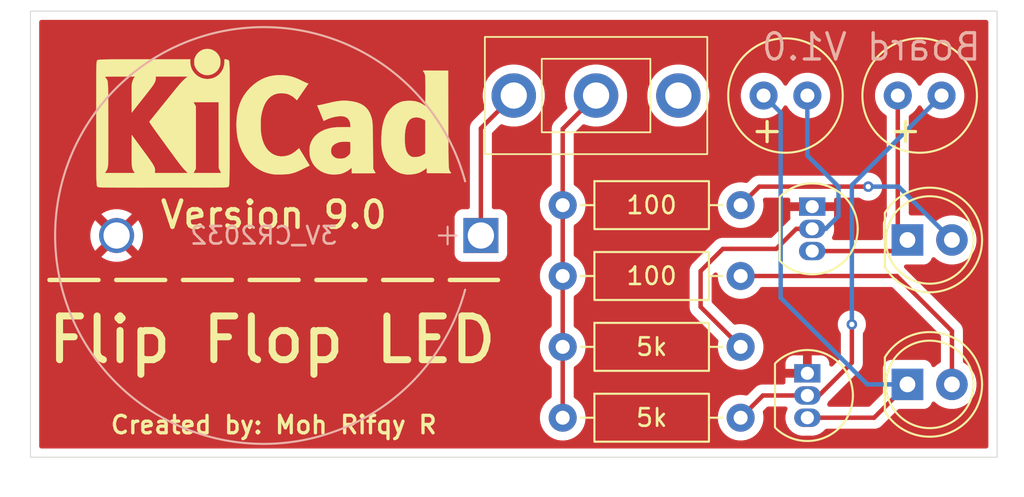
<source format=kicad_pcb>
(kicad_pcb (version 20241229) (generator "pcbnew") (generator_version "9.0")
  (layers (0 "F.Cu" signal) (2 "B.Cu" signal) (13 "F.Paste" user) (15 "B.Paste" user) (5 "F.SilkS" user "F.Silkscreen") (7 "B.SilkS" user "B.Silkscreen") (1 "F.Mask" user) (3 "B.Mask" user) (25 "Edge.Cuts" user))
  (net 0 "")
  (net 1 "/BT_CAT")
  (net 2 "GND")
  (net 3 "Net-(Q1-B)")
  (net 4 "Net-(D2-K)")
  (net 5 "Net-(D1-K)")
  (net 6 "Net-(Q2-B)")
  (net 7 "Net-(D1-A)")
  (net 8 "Net-(D2-A)")
  (net 9 "/PWR")
  (footprint "LED_THT:LED_D5.0mm" (layer "F.Cu") (at 177.165 108.585)
    (property "Reference" "D2" (hide yes))
    (property "Value" "LED")
    (fp_line (start -1.29 -1.545) (end -1.29 1.545) (stroke (width 0.12)) (layer "F.SilkS"))
    (fp_arc (start -1.29 -1.54483) (mid 2.071779 -2.880495) (end 4.26 0) (stroke (width 0.12)) (layer "F.SilkS"))
    (fp_arc (start 4.26 0) (mid 2.071779 2.880495) (end -1.29 1.54483) (stroke (width 0.12)) (layer "F.SilkS"))
    (fp_circle (center 1.27 0) (end 3.77 0) (stroke (width 0.12)) (fill no) (layer "F.SilkS"))
    (pad "1" thru_hole rect (at 0 0) (size 1.8 1.8) (drill 0.9) (layers "*.Cu" "*.Mask") (net 4 "Net-(D2-K)"))
    (pad "2" thru_hole circle (at 2.54 0) (size 1.8 1.8) (drill 0.9) (layers "*.Cu" "*.Mask") (net 8 "Net-(D2-A)"))
  )
  (footprint "Resistor_THT:R_Axial_DIN0207_L6.3mm_D2.5mm_P10.16mm_Horizontal" (layer "F.Cu") (at 157.48 98.34)
    (property "Reference" "R1" (hide yes))
    (property "Value" "100" (at 5.08 0 0) (layer "F.SilkS"))
    (fp_line (start 1.04 0) (end 1.81 0) (stroke (width 0.12)) (layer "F.SilkS"))
    (fp_line (start 9.12 0) (end 8.35 0) (stroke (width 0.12)) (layer "F.SilkS"))
    (fp_rect (start 1.81 -1.37) (end 8.35 1.37) (stroke (width 0.12)) (fill no) (layer "F.SilkS"))
    (pad "1" thru_hole circle (at 0 0) (size 1.6 1.6) (drill 0.8) (layers "*.Cu" "*.Mask") (net 9 "/PWR"))
    (pad "2" thru_hole circle (at 10.16 0) (size 1.6 1.6) (drill 0.8) (layers "*.Cu" "*.Mask") (net 7 "Net-(D1-A)"))
  )
  (footprint "Resistor_THT:R_Axial_DIN0207_L6.3mm_D2.5mm_P10.16mm_Horizontal" (layer "F.Cu") (at 157.48 102.39)
    (property "Reference" "R2" (hide yes))
    (property "Value" "100" (at 5.08 0 0) (layer "F.SilkS"))
    (fp_line (start 1.04 0) (end 1.81 0) (stroke (width 0.12)) (layer "F.SilkS"))
    (fp_line (start 9.12 0) (end 8.35 0) (stroke (width 0.12)) (layer "F.SilkS"))
    (fp_rect (start 1.81 -1.37) (end 8.35 1.37) (stroke (width 0.12)) (fill no) (layer "F.SilkS"))
    (pad "1" thru_hole circle (at 0 0) (size 1.6 1.6) (drill 0.8) (layers "*.Cu" "*.Mask") (net 9 "/PWR"))
    (pad "2" thru_hole circle (at 10.16 0) (size 1.6 1.6) (drill 0.8) (layers "*.Cu" "*.Mask") (net 8 "Net-(D2-A)"))
  )
  (footprint "Resistor_THT:R_Axial_DIN0207_L6.3mm_D2.5mm_P10.16mm_Horizontal" (layer "F.Cu") (at 157.48 110.49)
    (property "Reference" "R4" (hide yes))
    (property "Value" "5k" (at 5.08 0 0) (layer "F.SilkS"))
    (fp_line (start 1.04 0) (end 1.81 0) (stroke (width 0.12)) (layer "F.SilkS"))
    (fp_line (start 9.12 0) (end 8.35 0) (stroke (width 0.12)) (layer "F.SilkS"))
    (fp_rect (start 1.81 -1.37) (end 8.35 1.37) (stroke (width 0.12)) (fill no) (layer "F.SilkS"))
    (pad "1" thru_hole circle (at 0 0) (size 1.6 1.6) (drill 0.8) (layers "*.Cu" "*.Mask") (net 9 "/PWR"))
    (pad "2" thru_hole circle (at 10.16 0) (size 1.6 1.6) (drill 0.8) (layers "*.Cu" "*.Mask") (net 6 "Net-(Q2-B)"))
  )
  (footprint "Capacitor_THT:C_Radial_D6.3mm_H11.0mm_P2.50mm" (layer "F.Cu") (at 176.612375 92.075)
    (property "Reference" "C2" (hide yes))
    (property "Value" "100u" (hide yes))
    (fp_circle (center 1.25 0) (end 4.52 0) (stroke (width 0.12)) (fill no) (layer "F.SilkS"))
    (pad "1" thru_hole circle (at 0 0) (size 1.6 1.6) (drill 0.8) (layers "*.Cu" "*.Mask") (net 5 "Net-(D1-K)"))
    (pad "2" thru_hole circle (at 2.5 0) (size 1.6 1.6) (drill 0.8) (layers "*.Cu" "*.Mask") (net 6 "Net-(Q2-B)"))
  )
  (footprint "Resistor_THT:R_Axial_DIN0207_L6.3mm_D2.5mm_P10.16mm_Horizontal" (layer "F.Cu") (at 157.48 106.44)
    (property "Reference" "R3" (hide yes))
    (property "Value" "5k" (at 5.08 0 0) (layer "F.SilkS"))
    (fp_line (start 1.04 0) (end 1.81 0) (stroke (width 0.12)) (layer "F.SilkS"))
    (fp_line (start 9.12 0) (end 8.35 0) (stroke (width 0.12)) (layer "F.SilkS"))
    (fp_rect (start 1.81 -1.37) (end 8.35 1.37) (stroke (width 0.12)) (fill no) (layer "F.SilkS"))
    (pad "1" thru_hole circle (at 0 0) (size 1.6 1.6) (drill 0.8) (layers "*.Cu" "*.Mask") (net 9 "/PWR"))
    (pad "2" thru_hole circle (at 10.16 0) (size 1.6 1.6) (drill 0.8) (layers "*.Cu" "*.Mask") (net 3 "Net-(Q1-B)"))
  )
  (footprint "Capacitor_THT:C_Radial_D6.3mm_H11.0mm_P2.50mm" (layer "F.Cu") (at 168.95 92.075)
    (property "Reference" "C1" (hide yes))
    (property "Value" "100u" (hide yes))
    (fp_circle (center 1.25 0) (end 4.52 0) (stroke (width 0.12)) (fill no) (layer "F.SilkS"))
    (pad "1" thru_hole circle (at 0 0) (size 1.6 1.6) (drill 0.8) (layers "*.Cu" "*.Mask") (net 4 "Net-(D2-K)"))
    (pad "2" thru_hole circle (at 2.5 0) (size 1.6 1.6) (drill 0.8) (layers "*.Cu" "*.Mask") (net 3 "Net-(Q1-B)"))
  )
  (footprint "Package_TO_SOT_THT:TO-92_Inline" (layer "F.Cu") (at 171.725 98.425 -90)
    (property "Reference" "Q1" (hide yes))
    (property "Value" "PN2222A")
    (fp_line (start -0.53 1.85) (end 3.07 1.85) (stroke (width 0.12)) (layer "F.SilkS"))
    (fp_arc (start -0.568478 1.838478) (mid -1.132087 -0.994977) (end 1.27 -2.6) (stroke (width 0.12)) (layer "F.SilkS"))
    (fp_arc (start 1.27 -2.6) (mid 3.672087 -0.994977) (end 3.108478 1.838478) (stroke (width 0.12)) (layer "F.SilkS"))
    (pad "1" thru_hole rect (at 0 0 270) (size 1.05 1.5) (drill 0.75) (layers "*.Cu" "*.Mask") (net 2 "GND"))
    (pad "2" thru_hole oval (at 1.27 0 270) (size 1.05 1.5) (drill 0.75) (layers "*.Cu" "*.Mask") (net 3 "Net-(Q1-B)"))
    (pad "3" thru_hole oval (at 2.54 0 270) (size 1.05 1.5) (drill 0.75) (layers "*.Cu" "*.Mask") (net 5 "Net-(D1-K)"))
  )
  (footprint "Symbol:KiCad-Logo_8mm_SilkScreen" (layer "F.Cu") (at 140.97 93.345)
    (property "Reference" "REF**" (hide yes))
    (property "Value" "KiCad-Logo_8mm_SilkScreen" (hide yes))
    (fp_poly (pts (xy -3.602318 -3.916067) (xy -3.466071 -3.868828) (xy -3.339221 -3.794473) (xy -3.225933 -3.693013) (xy -3.130372 -3.564457) (xy -3.087446 -3.483428) (xy -3.050295 -3.370092) (xy -3.032288 -3.239249) (xy -3.034283 -3.104735) (xy -3.056423 -2.982842) (xy -3.116936 -2.833893) (xy -3.204686 -2.704691) (xy -3.315212 -2.597777) (xy -3.444054 -2.515694) (xy -3.586753 -2.460984) (xy -3.738849 -2.43619) (xy -3.895881 -2.443853) (xy -3.973286 -2.460228) (xy -4.124141 -2.518911) (xy -4.258125 -2.608457) (xy -4.372006 -2.726107) (xy -4.462552 -2.869098) (xy -4.470212 -2.884714) (xy -4.496694 -2.943314) (xy -4.513322 -2.992666) (xy -4.52235 -3.04473) (xy -4.526032 -3.111461) (xy -4.526643 -3.184071) (xy -4.525633 -3.271309) (xy -4.521072 -3.334376) (xy -4.510666 -3.385364) (xy -4.492121 -3.436367) (xy -4.46923 -3.486687) (xy -4.383846 -3.62953) (xy -4.278699 -3.74519) (xy -4.157955 -3.833675) (xy -4.025779 -3.894995) (xy -3.886337 -3.929161) (xy -3.743795 -3.936182) (xy -3.602318 -3.916067)) (stroke (width 0.01)) (fill yes) (layer "F.SilkS"))
    (fp_poly (pts (xy 0.581378 -2.430769) (xy 0.777019 -2.409351) (xy 0.966562 -2.371015) (xy 1.157717 -2.313762) (xy 1.358196 -2.235591) (xy 1.575708 -2.134504) (xy 1.61488 -2.114924) (xy 1.704772 -2.070638) (xy 1.789553 -2.030761) (xy 1.860855 -1.999102) (xy 1.91031 -1.979468) (xy 1.917908 -1.976996) (xy 1.990714 -1.955183) (xy 1.664803 -1.481056) (xy 1.585123 -1.365177) (xy 1.512272 -1.259306) (xy 1.44873 -1.167038) (xy 1.396972 -1.091967) (xy 1.359477 -1.037687) (xy 1.338723 -1.007793) (xy 1.335351 -1.003059) (xy 1.321655 -1.012958) (xy 1.287943 -1.042715) (xy 1.240244 -1.086927) (xy 1.21392 -1.111916) (xy 1.064772 -1.230544) (xy 0.897268 -1.320687) (xy 0.752928 -1.370064) (xy 0.666283 -1.385571) (xy 0.557796 -1.395021) (xy 0.440227 -1.398239) (xy 0.326334 -1.395049) (xy 0.228879 -1.385276) (xy 0.18999 -1.377791) (xy 0.014712 -1.317488) (xy -0.143235 -1.22541) (xy -0.283732 -1.101727) (xy -0.406665 -0.946607) (xy -0.511915 -0.760219) (xy -0.599365 -0.54273) (xy -0.6689 -0.294308) (xy -0.710225 -0.081643) (xy -0.721006 0.012241) (xy -0.728352 0.133524) (xy -0.732333 0.273493) (xy -0.733021 0.423431) (xy -0.730486 0.574622) (xy -0.7248 0.718351) (xy -0.716033 0.845903) (xy -0.704256 0.948562) (xy -0.701707 0.964401) (xy -0.645519 1.219536) (xy -0.568964 1.445342) (xy -0.471574 1.642831) (xy -0.352886 1.813014) (xy -0.268637 1.905022) (xy -0.11723 2.029943) (xy 0.048817 2.12254) (xy 0.226701 2.182309) (xy 0.413622 2.208746) (xy 0.606778 2.201348) (xy 0.803369 2.159611) (xy 0.919597 2.118771) (xy 1.080438 2.03699) (xy 1.246213 1.919678) (xy 1.339073 1.840345) (xy 1.391214 1.794429) (xy 1.43218 1.760742) (xy 1.455498 1.74451) (xy 1.458393 1.744015) (xy 1.4688 1.760601) (xy 1.495767 1.804432) (xy 1.536996 1.871748) (xy 1.590189 1.958794) (xy 1.65305 2.06181) (xy 1.723281 2.177041) (xy 1.762372 2.241231) (xy 2.060964 2.731677) (xy 1.688161 2.915915) (xy 1.553369 2.982093) (xy 1.444175 3.034278) (xy 1.353907 3.07506) (xy 1.275888 3.107033) (xy 1.203444 3.132787) (xy 1.129901 3.154914) (xy 1.048584 3.176007) (xy 0.970643 3.19453) (xy 0.901366 3.208863) (xy 0.828917 3.219694) (xy 0.746042 3.227626) (xy 0.645488 3.233258) (xy 0.520003 3.237192) (xy 0.435428 3.238891) (xy 0.314754 3.24005) (xy 0.199042 3.239465) (xy 0.095951 3.237304) (xy 0.013138 3.233732) (xy -0.04174 3.228917) (xy -0.044992 3.228437) (xy -0.329957 3.166786) (xy -0.597558 3.073285) (xy -0.847703 2.947993) (xy -1.080296 2.790974) (xy -1.295243 2.602289) (xy -1.49245 2.382) (xy -1.635273 2.186214) (xy -1.78732 1.929949) (xy -1.910227 1.659317) (xy -2.00459 1.372149) (xy -2.071001 1.066276) (xy -2.110056 0.739528) (xy -2.12236 0.407739) (xy -2.112241 0.086779) (xy -2.080439 -0.209354) (xy -2.025946 -0.485655) (xy -1.94775 -0.747119) (xy -1.844841 -0.998742) (xy -1.832553 -1.02481) (xy -1.69718 -1.268493) (xy -1.530911 -1.500382) (xy -1.338459 -1.715677) (xy -1.124534 -1.909578) (xy -0.893845 -2.077285) (xy -0.678891 -2.200304) (xy -0.461742 -2.296655) (xy -0.244132 -2.366449) (xy -0.017638 -2.411587) (xy 0.226166 -2.433969) (xy 0.371928 -2.437269) (xy 0.581378 -2.430769)) (stroke (width 0.01)) (fill yes) (layer "F.SilkS"))
    (fp_poly (pts (xy 9.041571 -2.699911) (xy 9.195876 -2.699277) (xy 9.248321 -2.698958) (xy 9.9695 -2.694214) (xy 9.978571 0.072572) (xy 9.979769 0.447756) (xy 9.980832 0.788417) (xy 9.981827 1.096318) (xy 9.982823 1.373221) (xy 9.983888 1.620888) (xy 9.985091 1.841081) (xy 9.986499 2.035562) (xy 9.988182 2.206094) (xy 9.990206 2.35444) (xy 9.992641 2.482361) (xy 9.995554 2.59162) (xy 9.999015 2.683979) (xy 10.00309 2.7612) (xy 10.007849 2.825046) (xy 10.01336 2.877278) (xy 10.019691 2.91966) (xy 10.02691 2.953953) (xy 10.035085 2.98192) (xy 10.044285 3.005324) (xy 10.054577 3.025925) (xy 10.066031 3.045487) (xy 10.078715 3.065772) (xy 10.092695 3.088543) (xy 10.095561 3.093393) (xy 10.14364 3.175433) (xy 8.753928 3.165929) (xy 8.744857 3.013295) (xy 8.739918 2.940045) (xy 8.734771 2.897696) (xy 8.727786 2.880892) (xy 8.717337 2.884277) (xy 8.708571 2.89396) (xy 8.670388 2.929229) (xy 8.608155 2.974563) (xy 8.530641 3.024546) (xy 8.446613 3.073761) (xy 8.364839 3.116791) (xy 8.302052 3.145101) (xy 8.154954 3.191624) (xy 7.98618 3.224579) (xy 7.808191 3.242707) (xy 7.633447 3.24475) (xy 7.474407 3.229447) (xy 7.471788 3.229009) (xy 7.254168 3.174402) (xy 7.050455 3.087401) (xy 6.862613 2.969876) (xy 6.692607 2.823697) (xy 6.542402 2.650734) (xy 6.413964 2.452857) (xy 6.309257 2.231936) (xy 6.252246 2.068286) (xy 6.214651 1.931375) (xy 6.186771 1.798798) (xy 6.167753 1.662502) (xy 6.156745 1.514433) (xy 6.152895 1.346537) (xy 6.1546 1.20944) (xy 7.493359 1.20944) (xy 7.499694 1.439329) (xy 7.519679 1.637111) (xy 7.553927 1.804539) (xy 7.603055 1.943369) (xy 7.667676 2.055358) (xy 7.748405 2.142259) (xy 7.841591 2.203692) (xy 7.89008 2.226626) (xy 7.932134 2.240375) (xy 7.97902 2.246666) (xy 8.042004 2.247222) (xy 8.109857 2.244773) (xy 8.243295 2.233004) (xy 8.348832 2.209955) (xy 8.382 2.19841) (xy 8.457735 2.164311) (xy 8.537614 2.121491) (xy 8.5725 2.100057) (xy 8.663214 2.040556) (xy 8.663214 0.154584) (xy 8.563428 0.094771) (xy 8.424267 0.027185) (xy 8.282087 -0.012786) (xy 8.14209 -0.025378) (xy 8.009474 -0.010827) (xy 7.88944 0.030632) (xy 7.787188 0.098763) (xy 7.754195 0.131466) (xy 7.674667 0.238619) (xy 7.610299 0.368327) (xy 7.560553 0.522814) (xy 7.524891 0.704302) (xy 7.502775 0.915015) (xy 7.493667 1.157175) (xy 7.493359 1.20944) (xy 6.1546 1.20944) (xy 6.15531 1.152374) (xy 6.170605 0.853713) (xy 6.201358 0.584325) (xy 6.248381 0.340285) (xy 6.312482 0.11767) (xy 6.394472 -0.087444) (xy 6.42373 -0.148254) (xy 6.541581 -0.34656) (xy 6.683996 -0.522788) (xy 6.847629 -0.674092) (xy 7.029131 -0.797629) (xy 7.225153 -0.890553) (xy 7.342655 -0.928885) (xy 7.458054 -0.951641) (xy 7.596907 -0.96518) (xy 7.747574 -0.969508) (xy 7.898413 -0.964632) (xy 8.037785 -0.950556) (xy 8.149691 -0.928475) (xy 8.282884 -0.885172) (xy 8.411979 -0.829489) (xy 8.524928 -0.767064) (xy 8.585043 -0.724697) (xy 8.62651 -0.693193) (xy 8.655545 -0.67401) (xy 8.66215 -0.671286) (xy 8.664198 -0.688837) (xy 8.666107 -0.739125) (xy 8.667836 -0.8186) (xy 8.669341 -0.923714) (xy 8.670581 -1.050917) (xy 8.671513 -1.196661) (xy 8.672095 -1.357397) (xy 8.672286 -1.521116) (xy 8.672179 -1.730812) (xy 8.671658 -1.907604) (xy 8.670416 -2.054874) (xy 8.668148 -2.176003) (xy 8.66455 -2.274373) (xy 8.659317 -2.353366) (xy 8.652144 -2.416362) (xy 8.642726 -2.466745) (xy 8.630758 -2.507895) (xy 8.615935 -2.543194) (xy 8.597952 -2.576023) (xy 8.576505 -2.609765) (xy 8.573745 -2.613943) (xy 8.546083 -2.657644) (xy 8.529382 -2.687695) (xy 8.527143 -2.694033) (xy 8.544643 -2.696033) (xy 8.594574 -2.69766) (xy 8.673085 -2.698888) (xy 8.776323 -2.699689) (xy 8.900436 -2.700039) (xy 9.041571 -2.699911)) (stroke (width 0.01)) (fill yes) (layer "F.SilkS"))
    (fp_poly (pts (xy 4.185632 -0.97227) (xy 4.275523 -0.965465) (xy 4.532715 -0.931247) (xy 4.760485 -0.876669) (xy 4.959943 -0.80098) (xy 5.132197 -0.70343) (xy 5.278359 -0.583268) (xy 5.399536 -0.439742) (xy 5.496839 -0.272102) (xy 5.567891 -0.090714) (xy 5.585927 -0.032854) (xy 5.601632 0.021329) (xy 5.615192 0.074752) (xy 5.626792 0.130333) (xy 5.636617 0.190988) (xy 5.644853 0.259635) (xy 5.651684 0.33919) (xy 5.657295 0.432572) (xy 5.661872 0.542696) (xy 5.6656 0.672481) (xy 5.668665 0.824842) (xy 5.67125 1.002698) (xy 5.673542 1.208965) (xy 5.675725 1.446561) (xy 5.677286 1.632857) (xy 5.687785 2.911929) (xy 5.755821 3.035018) (xy 5.788038 3.094317) (xy 5.812012 3.140377) (xy 5.82345 3.164893) (xy 5.823857 3.166553) (xy 5.806375 3.168454) (xy 5.756574 3.170205) (xy 5.678421 3.171758) (xy 5.575882 3.173062) (xy 5.452922 3.17407) (xy 5.31351 3.174731) (xy 5.161611 3.174997) (xy 5.1435 3.175) (xy 4.463143 3.175) (xy 4.463143 3.020786) (xy 4.461982 2.951094) (xy 4.458887 2.897794) (xy 4.454432 2.869217) (xy 4.452463 2.866572) (xy 4.434455 2.877653) (xy 4.397393 2.906736) (xy 4.349222 2.947579) (xy 4.348141 2.948524) (xy 4.260235 3.013971) (xy 4.149217 3.079688) (xy 4.027631 3.139219) (xy 3.908021 3.186109) (xy 3.855357 3.202133) (xy 3.750551 3.222485) (xy 3.62195 3.235472) (xy 3.481325 3.240909) (xy 3.340448 3.238611) (xy 3.211093 3.228392) (xy 3.120571 3.213689) (xy 2.89858 3.148499) (xy 2.698729 3.055594) (xy 2.522319 2.936126) (xy 2.37065 2.791247) (xy 2.245024 2.62211) (xy 2.146741 2.429867) (xy 2.104341 2.313214) (xy 2.077768 2.199833) (xy 2.060158 2.063722) (xy 2.05201 1.917437) (xy 2.052278 1.896151) (xy 3.279321 1.896151) (xy 3.289496 2.00485) (xy 3.323378 2.095185) (xy 3.386 2.178995) (xy 3.410052 2.203571) (xy 3.495551 2.270011) (xy 3.594373 2.312574) (xy 3.712768 2.333177) (xy 3.837445 2.334694) (xy 3.955698 2.324677) (xy 4.046239 2.305085) (xy 4.08556 2.29037) (xy 4.156432 2.250265) (xy 4.231525 2.193863) (xy 4.300038 2.130561) (xy 4.351172 2.069755) (xy 4.36475 2.047449) (xy 4.375305 2.016212) (xy 4.38281 1.966507) (xy 4.387613 1.893587) (xy 4.390065 1.792703) (xy 4.390571 1.696689) (xy 4.390228 1.58475) (xy 4.388843 1.503809) (xy 4.385881 1.448585) (xy 4.380808 1.413794) (xy 4.37309 1.394154) (xy 4.362192 1.38438) (xy 4.358821 1.382824) (xy 4.329529 1.378029) (xy 4.271756 1.374108) (xy 4.193304 1.371414) (xy 4.101974 1.370299) (xy 4.082143 1.370298) (xy 3.960063 1.372246) (xy 3.865749 1.378041) (xy 3.790807 1.388475) (xy 3.728903 1.403714) (xy 3.575349 1.461784) (xy 3.454932 1.533179) (xy 3.36661 1.619039) (xy 3.309339 1.720507) (xy 3.282078 1.838725) (xy 3.279321 1.896151) (xy 2.052278 1.896151) (xy 2.053823 1.773533) (xy 2.066096 1.644565) (xy 2.07567 1.59246) (xy 2.136801 1.398997) (xy 2.229757 1.220993) (xy 2.352783 1.060155) (xy 2.504124 0.91819) (xy 2.682025 0.796806) (xy 2.884732 0.697709) (xy 3.057071 0.637533) (xy 3.172253 0.605919) (xy 3.282423 0.581354) (xy 3.394719 0.563039) (xy 3.516275 0.550178) (xy 3.654229 0.541972) (xy 3.815715 0.537624) (xy 3.961715 0.5364) (xy 4.394645 0.535215) (xy 4.386351 0.40508) (xy 4.362801 0.263883) (xy 4.312703 0.142518) (xy 4.238191 0.044017) (xy 4.141399 -0.028591) (xy 4.056171 -0.064021) (xy 3.934056 -0.08635) (xy 3.788683 -0.089557) (xy 3.626867 -0.074823) (xy 3.455422 -0.04333) (xy 3.281163 0.00374) (xy 3.110904 0.065203) (xy 2.987176 0.121417) (xy 2.927647 0.150283) (xy 2.882242 0.170443) (xy 2.85915 0.17831) (xy 2.857897 0.178058) (xy 2.849929 0.160437) (xy 2.830031 0.113733) (xy 2.800077 0.042418) (xy 2.761939 -0.049031) (xy 2.717488 -0.156141) (xy 2.672305 -0.265451) (xy 2.491667 -0.70326) (xy 2.620155 -0.724364) (xy 2.675846 -0.734953) (xy 2.759564 -0.752737) (xy 2.864139 -0.776102) (xy 2.982399 -0.803435) (xy 3.107172 -0.833119) (xy 3.156857 -0.845182) (xy 3.371807 -0.895038) (xy 3.559995 -0.932416) (xy 3.728446 -0.958073) (xy 3.884186 -0.972765) (xy 4.03424 -0.977245) (xy 4.185632 -0.97227)) (stroke (width 0.01)) (fill yes) (layer "F.SilkS"))
    (fp_poly (pts (xy -7.870089 -3.33834) (xy -7.52054 -3.338293) (xy -7.35783 -3.338286) (xy -4.753429 -3.338285) (xy -4.753429 -3.184762) (xy -4.737043 -2.997937) (xy -4.687588 -2.825633) (xy -4.60462 -2.666825) (xy -4.487695 -2.52049) (xy -4.448136 -2.480968) (xy -4.30583 -2.368862) (xy -4.148922 -2.287101) (xy -3.982072 -2.235647) (xy -3.809939 -2.214463) (xy -3.637185 -2.223513) (xy -3.46847 -2.262758) (xy -3.308454 -2.332162) (xy -3.161798 -2.431689) (xy -3.095932 -2.491735) (xy -2.973192 -2.638957) (xy -2.883188 -2.800853) (xy -2.826706 -2.975573) (xy -2.804529 -3.161265) (xy -2.804234 -3.179533) (xy -2.803072 -3.33828) (xy -2.7333 -3.338283) (xy -2.671405 -3.329882) (xy -2.614865 -3.309444) (xy -2.611128 -3.307333) (xy -2.598358 -3.300707) (xy -2.586632 -3.295546) (xy -2.575906 -3.290349) (xy -2.566139 -3.28361) (xy -2.557288 -3.273829) (xy -2.549311 -3.2595) (xy -2.542165 -3.239122) (xy -2.535808 -3.211192) (xy -2.530198 -3.174205) (xy -2.525293 -3.12666) (xy -2.521049 -3.067053) (xy -2.517424 -2.993881) (xy -2.514377 -2.905641) (xy -2.511864 -2.80083) (xy -2.509844 -2.677945) (xy -2.508274 -2.535483) (xy -2.507112 -2.37194) (xy -2.506314 -2.185814) (xy -2.50584 -1.975602) (xy -2.505646 -1.7398) (xy -2.50569 -1.476906) (xy -2.50593 -1.185416) (xy -2.506323 -0.863828) (xy -2.506827 -0.510638) (xy -2.5074 -0.124343) (xy -2.507999 0.29656) (xy -2.508068 0.34784) (xy -2.508605 0.771426) (xy -2.509061 1.16023) (xy -2.509484 1.515753) (xy -2.509921 1.839498) (xy -2.510422 2.132966) (xy -2.511035 2.397661) (xy -2.511808 2.635085) (xy -2.512789 2.84674) (xy -2.514026 3.034129) (xy -2.515568 3.198754) (xy -2.517463 3.342117) (xy -2.519759 3.46572) (xy -2.522504 3.571067) (xy -2.525747 3.659659) (xy -2.529536 3.733) (xy -2.533919 3.79259) (xy -2.538945 3.839933) (xy -2.544661 3.876531) (xy -2.551116 3.903886) (xy -2.558359 3.923502) (xy -2.566437 3.936879) (xy -2.575398 3.945521) (xy -2.585292 3.95093) (xy -2.596165 3.954608) (xy -2.608067 3.958058) (xy -2.621046 3.962782) (xy -2.624217 3.96422) (xy -2.634181 3.967451) (xy -2.650859 3.97042) (xy -2.675707 3.973137) (xy -2.71018 3.975613) (xy -2.755736 3.977858) (xy -2.81383 3.979883) (xy -2.885919 3.981698) (xy -2.973458 3.983315) (xy -3.077905 3.984743) (xy -3.200715 3.985993) (xy -3.343345 3.987076) (xy -3.507251 3.988002) (xy -3.69389 3.988782) (xy -3.904716 3.989426) (xy -4.141188 3.989946) (xy -4.404761 3.990351) (xy -4.69689 3.990652) (xy -5.019034 3.99086) (xy -5.372647 3.990985) (xy -5.759186 3.991038) (xy -6.180108 3.991029) (xy -6.316456 3.991016) (xy -6.746716 3.990947) (xy -7.142164 3.990834) (xy -7.504273 3.990665) (xy -7.834517 3.99043) (xy -8.134371 3.990116) (xy -8.405308 3.989713) (xy -8.6488 3.989207) (xy -8.866323 3.988589) (xy -9.05935 3.987846) (xy -9.229354 3.986968) (xy -9.37781 3.985941) (xy -9.50619 3.984756) (xy -9.615969 3.9834) (xy -9.70862 3.981862) (xy -9.785617 3.98013) (xy -9.848434 3.978194) (xy -9.898544 3.97604) (xy -9.937421 3.973659) (xy -9.966538 3.971037) (xy -9.987371 3.968165) (xy -10.001391 3.96503) (xy -10.009034 3.962159) (xy -10.022618 3.95643) (xy -10.03509 3.952206) (xy -10.046498 3.947985) (xy -10.056889 3.942268) (xy -10.066309 3.933555) (xy -10.074808 3.920345) (xy -10.08243 3.901137) (xy -10.089225 3.874433) (xy -10.095238 3.83873) (xy -10.100517 3.79253) (xy -10.10511 3.734332) (xy -10.109064 3.662635) (xy -10.112425 3.57594) (xy -10.115241 3.472746) (xy -10.11756 3.351553) (xy -10.119428 3.21086) (xy -10.119916 3.156857) (xy -9.635704 3.156857) (xy -7.924256 3.156857) (xy -7.957187 3.106964) (xy -7.989947 3.055693) (xy -8.017689 3.006869) (xy -8.040807 2.957076) (xy -8.059697 2.902898) (xy -8.074751 2.840916) (xy -8.086367 2.767715) (xy -8.094936 2.679878) (xy -8.100856 2.573988) (xy -8.104519 2.446628) (xy -8.106321 2.294381) (xy -8.106656 2.113832) (xy -8.105919 1.901562) (xy -8.105501 1.822755) (xy -8.100786 0.977911) (xy -7.565572 1.706557) (xy -7.413946 1.913265) (xy -7.282581 2.09326) (xy -7.170057 2.248925) (xy -7.074957 2.382647) (xy -6.995862 2.496809) (xy -6.931353 2.593797) (xy -6.880012 2.675994) (xy -6.84042 2.745786) (xy -6.81116 2.805558) (xy -6.790812 2.857693) (xy -6.777958 2.904576) (xy -6.771181 2.948593) (xy -6.76906 2.992127) (xy -6.770179 3.037564) (xy -6.770464 3.043275) (xy -6.776357 3.156933) (xy -4.900771 3.156857) (xy -5.040278 3.016189) (xy -5.078135 2.977715) (xy -5.114047 2.940279) (xy -5.149593 2.901814) (xy -5.186347 2.860258) (xy -5.225886 2.813545) (xy -5.269786 2.75961) (xy -5.319623 2.69639) (xy -5.376972 2.621818) (xy -5.443411 2.533832) (xy -5.520515 2.430365) (xy -5.609861 2.309354) (xy -5.713024 2.168734) (xy -5.83158 2.00644) (xy -5.967105 1.820407) (xy -6.121177 1.608571) (xy -6.247462 1.434804) (xy -6.405954 1.216501) (xy -6.544216 1.025629) (xy -6.663499 0.860374) (xy -6.765057 0.718926) (xy -6.850141 0.599471) (xy -6.920005 0.500198) (xy -6.9759 0.419295) (xy -7.01908 0.354949) (xy -7.050797 0.305347) (xy -7.072302 0.268679) (xy -7.08485 0.243132) (xy -7.089692 0.226893) (xy -7.088237 0.218355) (xy -7.070599 0.195635) (xy -7.032466 0.147543) (xy -6.976138 0.076938) (xy -6.903916 -0.013322) (xy -6.818101 -0.120379) (xy -6.720994 -0.241373) (xy -6.614896 -0.373446) (xy -6.502109 -0.51374) (xy -6.384932 -0.659397) (xy -6.265667 -0.807556) (xy -6.200067 -0.889) (xy -4.571314 -0.889) (xy -4.503621 -0.766535) (xy -4.435929 -0.644071) (xy -4.435929 2.911929) (xy -4.503621 3.034393) (xy -4.571314 3.156857) (xy -3.770559 3.156857) (xy -3.579398 3.156802) (xy -3.421501 3.156551) (xy -3.293848 3.155979) (xy -3.193419 3.154959) (xy -3.117193 3.153365) (xy -3.062148 3.15107) (xy -3.025264 3.14795) (xy -3.003521 3.143877) (xy -2.993898 3.138725) (xy -2.993373 3.132367) (xy -2.998926 3.124679) (xy -2.998984 3.124615) (xy -3.02186 3.091524) (xy -3.052151 3.037719) (xy -3.078903 2.984008) (xy -3.129643 2.875643) (xy -3.134818 0.993322) (xy -3.139993 -0.889) (xy -4.571314 -0.889) (xy -6.200067 -0.889) (xy -6.146615 -0.955361) (xy -6.030077 -1.099953) (xy -5.918354 -1.238472) (xy -5.813746 -1.368061) (xy -5.718556 -1.48586) (xy -5.635083 -1.589012) (xy -5.565629 -1.674657) (xy -5.512494 -1.739938) (xy -5.481285 -1.778) (xy -5.360097 -1.92033) (xy -5.243507 -2.04877) (xy -5.135603 -2.159114) (xy -5.04047 -2.247159) (xy -4.972957 -2.301138) (xy -4.893127 -2.358571) (xy -6.729108 -2.358571) (xy -6.728592 -2.250835) (xy -6.733724 -2.171628) (xy -6.753015 -2.098195) (xy -6.782877 -2.028585) (xy -6.802288 -1.989259) (xy -6.823159 -1.950293) (xy -6.847396 -1.909099) (xy -6.876906 -1.863092) (xy -6.913594 -1.809683) (xy -6.959368 -1.746286) (xy -7.016135 -1.670315) (xy -7.0858 -1.579183) (xy -7.17027 -1.470302) (xy -7.271453 -1.341086) (xy -7.391253 -1.188948) (xy -7.531579 -1.011302) (xy -7.547429 -0.991258) (xy -8.100786 -0.291492) (xy -8.106143 -1.066496) (xy -8.107221 -1.298632) (xy -8.106992 -1.495154) (xy -8.105443 -1.656708) (xy -8.102563 -1.783944) (xy -8.098341 -1.877508) (xy -8.092766 -1.938048) (xy -8.090893 -1.949532) (xy -8.061495 -2.070501) (xy -8.022978 -2.179554) (xy -7.979026 -2.267237) (xy -7.952621 -2.304426) (xy -7.90706 -2.358571) (xy -8.77153 -2.358571) (xy -8.977745 -2.358395) (xy -9.150188 -2.357821) (xy -9.291373 -2.356783) (xy -9.403812 -2.355213) (xy -9.490017 -2.353046) (xy -9.552502 -2.350212) (xy -9.593779 -2.346647) (xy -9.61636 -2.342282) (xy -9.622759 -2.337051) (xy -9.622317 -2.335893) (xy -9.603991 -2.308231) (xy -9.573396 -2.264385) (xy -9.557567 -2.242209) (xy -9.541202 -2.22008) (xy -9.526492 -2.200291) (xy -9.513344 -2.180894) (xy -9.501667 -2.159942) (xy -9.491368 -2.135488) (xy -9.482354 -2.105584) (xy -9.474532 -2.068283) (xy -9.467809 -2.021637) (xy -9.462094 -1.963699) (xy -9.457293 -1.892521) (xy -9.453315 -1.806156) (xy -9.450065 -1.702656) (xy -9.447452 -1.580075) (xy -9.445383 -1.436463) (xy -9.443766 -1.269875) (xy -9.442507 -1.078363) (xy -9.441515 -0.859978) (xy -9.440696 -0.612774) (xy -9.439958 -0.334804) (xy -9.439209 -0.024119) (xy -9.438508 0.2613) (xy -9.437847 0.579492) (xy -9.437503 0.883077) (xy -9.437468 1.170115) (xy -9.437732 1.438669) (xy -9.438285 1.686798) (xy -9.43912 1.912563) (xy -9.440227 2.114026) (xy -9.441596 2.289246) (xy -9.443219 2.436286) (xy -9.445087 2.553206) (xy -9.447189 2.638067) (xy -9.449518 2.688929) (xy -9.449959 2.694304) (xy -9.466008 2.817613) (xy -9.491064 2.916644) (xy -9.529221 3.00307) (xy -9.584572 3.088565) (xy -9.591496 3.097893) (xy -9.635704 3.156857) (xy -10.119916 3.156857) (xy -10.120892 3.049168) (xy -10.122001 2.864976) (xy -10.122801 2.656784) (xy -10.123339 2.423091) (xy -10.123662 2.162398) (xy -10.123817 1.873204) (xy -10.123854 1.554009) (xy -10.123817 1.203313) (xy -10.123755 0.819614) (xy -10.123715 0.401414) (xy -10.123714 0.318393) (xy -10.123691 -0.104211) (xy -10.123612 -0.492019) (xy -10.123467 -0.84652) (xy -10.123244 -1.169203) (xy -10.122931 -1.461558) (xy -10.122517 -1.725073) (xy -10.121991 -1.961238) (xy -10.12134 -2.171542) (xy -10.120553 -2.357474) (xy -10.119619 -2.520525) (xy -10.118526 -2.662182) (xy -10.117263 -2.783936) (xy -10.115817 -2.887275) (xy -10.114179 -2.973689) (xy -10.112334 -3.044667) (xy -10.110274 -3.101699) (xy -10.107985 -3.146273) (xy -10.105456 -3.179879) (xy -10.102676 -3.204007) (xy -10.099633 -3.220144) (xy -10.096316 -3.229782) (xy -10.096193 -3.230022) (xy -10.08936 -3.244745) (xy -10.08367 -3.258074) (xy -10.077374 -3.270078) (xy -10.068728 -3.280827) (xy -10.055986 -3.290389) (xy -10.0374 -3.298833) (xy -10.011226 -3.306229) (xy -9.975716 -3.312646) (xy -9.929125 -3.318152) (xy -9.869707 -3.322817) (xy -9.795715 -3.326709) (xy -9.705403 -3.329898) (xy -9.597025 -3.332453) (xy -9.468835 -3.334442) (xy -9.319087 -3.335935) (xy -9.146034 -3.337002) (xy -8.947931 -3.337709) (xy -8.723031 -3.338128) (xy -8.469588 -3.338327) (xy -8.185856 -3.338374) (xy -7.870089 -3.33834)) (stroke (width 0.01)) (fill yes) (layer "F.SilkS"))
  )
  (footprint "Slide_Switch_SS12D10:SS12D10_THT_12.7x6.7mm_P4.7mm" (layer "F.Cu") (at 159.385 92.075)
    (property "Reference" "SW2" (hide yes))
    (property "Value" "SS12D10")
    (fp_rect (start -6.35 -3.35) (end 6.35 3.35) (stroke (width 0.1)) (fill no) (layer "F.SilkS"))
    (fp_rect (start -3.1 -2.1) (end 3.1 2.1) (stroke (width 0.1)) (fill no) (layer "F.SilkS"))
    (pad "1" thru_hole circle (at -4.7 0) (size 2.54 2.54) (drill 1.5) (layers "*.Cu" "*.Mask") (net 1 "/BT_CAT"))
    (pad "2" thru_hole circle (at 0 0) (size 2.54 2.54) (drill 1.5) (layers "*.Cu" "*.Mask") (net 9 "/PWR"))
    (pad "3" thru_hole circle (at 4.7 0) (size 2.54 2.54) (drill 1.5) (layers "*.Cu" "*.Mask"))
  )
  (footprint "LED_THT:LED_D5.0mm" (layer "F.Cu") (at 177.165 100.33)
    (property "Reference" "D1" (hide yes))
    (property "Value" "LED")
    (fp_line (start -1.29 -1.545) (end -1.29 1.545) (stroke (width 0.12)) (layer "F.SilkS"))
    (fp_arc (start -1.29 -1.54483) (mid 2.071779 -2.880495) (end 4.26 0) (stroke (width 0.12)) (layer "F.SilkS"))
    (fp_arc (start 4.26 0) (mid 2.071779 2.880495) (end -1.29 1.54483) (stroke (width 0.12)) (layer "F.SilkS"))
    (fp_circle (center 1.27 0) (end 3.77 0) (stroke (width 0.12)) (fill no) (layer "F.SilkS"))
    (pad "1" thru_hole rect (at 0 0) (size 1.8 1.8) (drill 0.9) (layers "*.Cu" "*.Mask") (net 5 "Net-(D1-K)"))
    (pad "2" thru_hole circle (at 2.54 0) (size 1.8 1.8) (drill 0.9) (layers "*.Cu" "*.Mask") (net 7 "Net-(D1-A)"))
  )
  (footprint "Package_TO_SOT_THT:TO-92_Inline" (layer "F.Cu") (at 171.45 107.95 -90)
    (property "Reference" "Q2" (hide yes))
    (property "Value" "PN2222A")
    (fp_line (start -0.53 1.85) (end 3.07 1.85) (stroke (width 0.12)) (layer "F.SilkS"))
    (fp_arc (start -0.568478 1.838478) (mid -1.132087 -0.994977) (end 1.27 -2.6) (stroke (width 0.12)) (layer "F.SilkS"))
    (fp_arc (start 1.27 -2.6) (mid 3.672087 -0.994977) (end 3.108478 1.838478) (stroke (width 0.12)) (layer "F.SilkS"))
    (pad "1" thru_hole rect (at 0 0 270) (size 1.05 1.5) (drill 0.75) (layers "*.Cu" "*.Mask") (net 2 "GND"))
    (pad "2" thru_hole oval (at 1.27 0 270) (size 1.05 1.5) (drill 0.75) (layers "*.Cu" "*.Mask") (net 6 "Net-(Q2-B)"))
    (pad "3" thru_hole oval (at 2.54 0 270) (size 1.05 1.5) (drill 0.75) (layers "*.Cu" "*.Mask") (net 4 "Net-(D2-K)"))
  )
  (footprint "Battery:BatteryHolder_MYOUNG_BS-07-A1BJ001_CR2032" (layer "B.Cu") (at 152.807455 100.075 180)
    (property "Reference" "BT1" (hide yes))
    (property "Value" "3V_CR2032" (at 12.4 0 0) (layer "B.SilkS") (effects (justify mirror)))
    (fp_line (start 1.9 0.5) (end 1.9 -0.5) (stroke (width 0.12)) (layer "B.SilkS"))
    (fp_line (start 1.4 0) (end 2.4 0) (stroke (width 0.12)) (layer "B.SilkS"))
    (fp_arc (start 0.900001 -3.1) (mid 24.310499 0) (end 0.900001 3.1) (stroke (width 0.12)) (layer "B.SilkS"))
    (pad "1" thru_hole rect (at 0 0) (size 2 2) (drill 1.5) (layers "*.Cu" "*.Mask") (net 1 "/BT_CAT"))
    (pad "2" thru_hole circle (at 20.8 0) (size 2 2) (drill 1.5) (layers "*.Cu" "*.Mask") (net 2 "GND"))
  )
  (gr_line (start 128.176188 102.616) (end 153.783598 102.616) (stroke (width 0.254) (type dash)) (layer "F.SilkS"))
  (gr_rect (start 127.086 87.249) (end 182.286 112.749) (stroke (width 0.05)) (fill no) (layer "Edge.Cuts"))
  (gr_text "Created by: Moh Rifqy R" (at 140.979893 110.9 0) (layer "F.SilkS") (effects (font (size 1 1) (thickness 0.1875))))
  (gr_text "Version 9.0" (at 140.979893 98.895 0) (layer "F.SilkS") (effects (font (size 1.5 1.5) (thickness 0.254))))
  (gr_text "Flip Flop LED" (at 127.891797 107.5 0) (layer "F.SilkS") (effects (font (size 2.5 2.5) (thickness 0.4) (bold yes)) (justify left bottom)))
  (gr_text "+" (at 168.1 94.9 0) (layer "F.SilkS") (effects (font (size 1.5 1.5) (thickness 0.1875)) (justify left bottom)))
  (gr_text "+" (at 176 94.9 0) (layer "F.SilkS") (effects (font (size 1.5 1.5) (thickness 0.1875)) (justify left bottom)))
  (gr_text "Board V1.0" (at 175.1 89.3 0) (layer "B.SilkS") (effects (font (size 1.5 1.5) (thickness 0.1875)) (justify mirror)))
  (segment (start 152.807455 100.075) (end 152.807455 93.952545) (width 0.254) (layer "F.Cu") (net 1))
  (segment (start 152.807455 93.952545) (end 154.685 92.075) (width 0.254) (layer "F.Cu") (net 1))
  (segment (start 166.624 100.838) (end 165.354 102.108) (width 0.254) (layer "F.Cu") (net 3))
  (segment (start 169.672 100.838) (end 166.624 100.838) (width 0.254) (layer "F.Cu") (net 3))
  (segment (start 171.725 99.695) (end 171.362 100.058) (width 0.254) (layer "F.Cu") (net 3))
  (segment (start 165.354 102.108) (end 165.354 104.154) (width 0.254) (layer "F.Cu") (net 3))
  (segment (start 170.815 99.695) (end 169.672 100.838) (width 0.254) (layer "F.Cu") (net 3))
  (segment (start 171.725 99.695) (end 170.815 99.695) (width 0.254) (layer "F.Cu") (net 3))
  (segment (start 165.354 104.154) (end 167.64 106.44) (width 0.254) (layer "F.Cu") (net 3))
  (segment (start 172.494 99.695) (end 171.725 99.695) (width 0.254) (layer "B.Cu") (net 3))
  (segment (start 173.228 98.961) (end 172.494 99.695) (width 0.254) (layer "B.Cu") (net 3))
  (segment (start 173.228 97.282) (end 173.228 98.961) (width 0.254) (layer "B.Cu") (net 3))
  (segment (start 171.45 95.504) (end 173.228 97.282) (width 0.254) (layer "B.Cu") (net 3))
  (segment (start 171.45 92.075) (end 171.45 95.504) (width 0.254) (layer "B.Cu") (net 3))
  (segment (start 175.26 110.49) (end 177.165 108.585) (width 0.254) (layer "F.Cu") (net 4))
  (segment (start 171.45 110.49) (end 175.26 110.49) (width 0.254) (layer "F.Cu") (net 4))
  (segment (start 169.926 103.632) (end 174.879 108.585) (width 0.254) (layer "B.Cu") (net 4))
  (segment (start 174.879 108.585) (end 177.165 108.585) (width 0.254) (layer "B.Cu") (net 4))
  (segment (start 168.95 92.075) (end 169.926 93.051) (width 0.254) (layer "B.Cu") (net 4))
  (segment (start 169.926 93.051) (end 169.926 103.632) (width 0.254) (layer "B.Cu") (net 4))
  (segment (start 176.612375 99.777375) (end 177.165 100.33) (width 0.254) (layer "F.Cu") (net 5))
  (segment (start 176.612375 92.075) (end 176.612375 99.777375) (width 0.254) (layer "F.Cu") (net 5))
  (segment (start 176.53 100.965) (end 177.165 100.33) (width 0.254) (layer "F.Cu") (net 5))
  (segment (start 171.725 100.965) (end 176.53 100.965) (width 0.254) (layer "F.Cu") (net 5))
  (segment (start 173.99 105.156) (end 173.99 107.341) (width 0.254) (layer "F.Cu") (net 6))
  (segment (start 167.64 110.49) (end 168.91 109.22) (width 0.254) (layer "F.Cu") (net 6))
  (segment (start 172.111 109.22) (end 171.45 109.22) (width 0.254) (layer "F.Cu") (net 6))
  (segment (start 168.91 109.22) (end 171.45 109.22) (width 0.254) (layer "F.Cu") (net 6))
  (segment (start 173.99 107.341) (end 172.111 109.22) (width 0.254) (layer "F.Cu") (net 6))
  (via (at 173.99 105.156) (size 0.6) (drill 0.3) (layers "F.Cu" "B.Cu") (net 6))
  (segment (start 173.99 97.197375) (end 179.112375 92.075) (width 0.254) (layer "B.Cu") (net 6))
  (segment (start 173.99 105.156) (end 173.99 97.197375) (width 0.254) (layer "B.Cu") (net 6))
  (segment (start 168.698 97.282) (end 167.64 98.34) (width 0.254) (layer "F.Cu") (net 7))
  (segment (start 174.925 97.282) (end 168.698 97.282) (width 0.254) (layer "F.Cu") (net 7))
  (via (at 174.925 97.282) (size 0.6) (drill 0.3) (layers "F.Cu" "B.Cu") (net 7))
  (segment (start 176.657 97.282) (end 179.705 100.33) (width 0.254) (layer "B.Cu") (net 7))
  (segment (start 174.925 97.282) (end 176.657 97.282) (width 0.254) (layer "B.Cu") (net 7))
  (segment (start 167.64 102.39) (end 176.558 102.39) (width 0.254) (layer "F.Cu") (net 8))
  (segment (start 176.558 102.39) (end 179.705 105.537) (width 0.254) (layer "F.Cu") (net 8))
  (segment (start 179.705 105.537) (end 179.705 108.585) (width 0.254) (layer "F.Cu") (net 8))
  (segment (start 157.48 110.49) (end 157.48 106.44) (width 0.254) (layer "F.Cu") (net 9))
  (segment (start 157.48 98.34) (end 157.48 93.98) (width 0.254) (layer "F.Cu") (net 9))
  (segment (start 157.48 102.39) (end 157.48 98.34) (width 0.254) (layer "F.Cu") (net 9))
  (segment (start 157.48 106.44) (end 157.48 102.39) (width 0.254) (layer "F.Cu") (net 9))
  (segment (start 157.48 93.98) (end 159.385 92.075) (width 0.254) (layer "F.Cu") (net 9))
  (zone (net 2) (net_name "GND") (layer "F.Cu") (connect_pads (clearance 0.5)) (min_thickness 0.25) (fill yes (thermal_gap 0.5) (thermal_bridge_width 0.5))
    (polygon (pts (xy 125.349 86.614) (xy 125.349 114.808) (xy 183.313151 115.033541) (xy 183.822918 86.614)))
  )
)
</source>
